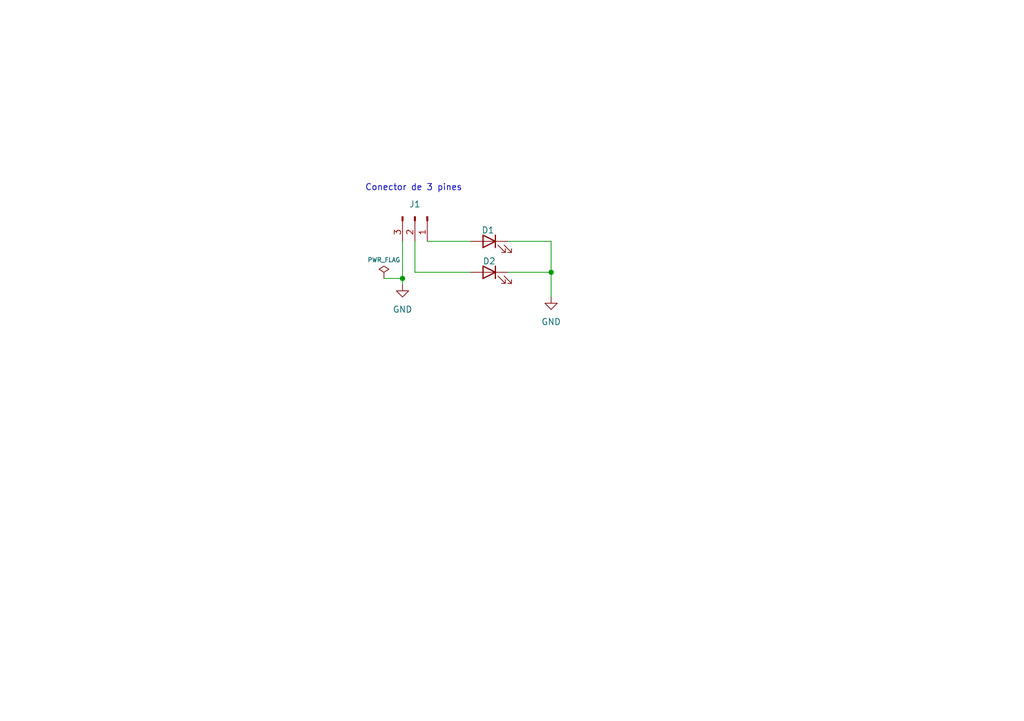
<source format=kicad_sch>
(kicad_sch (version 20231120) (generator "eeschema") (generator_version "8.0")
  (paper "A5")
  (title_block (title "Placa MECA-LEDs") (date "2024-10-28") (rev "1") (company "URJC") (comment 1 "Autor: Cebaldan5") (comment 2 "Esquemático de la placa MECA-LEDs con 2 LEDs"))
  (lib_symbols
    (symbol "Connector:Conn_01x03_Pin" (pin_names (offset 1.016) hide)
      (property "Reference" "J" (at 0 5.08 0))
      (property "Value" "Conn_01x03_Pin" (at 0 -5.08 0))
      (symbol "Conn_01x03_Pin_1_1"
        (polyline (pts (xy 1.27 -2.54) (xy 0.8636 -2.54)) (stroke (width 0.1524)))
        (polyline (pts (xy 1.27 0) (xy 0.8636 0)) (stroke (width 0.1524)))
        (polyline (pts (xy 1.27 2.54) (xy 0.8636 2.54)) (stroke (width 0.1524)))
        (rectangle (start 0.8636 -2.413) (end 0 -2.667) (stroke (width 0.1524)) (fill (type outline)))
        (rectangle (start 0.8636 0.127) (end 0 -0.127) (stroke (width 0.1524)) (fill (type outline)))
        (rectangle (start 0.8636 2.667) (end 0 2.413) (stroke (width 0.1524)) (fill (type outline)))
        (pin passive line (at 5.08 2.54 180) (length 3.81) (name "Pin_1") (number "1"))
        (pin passive line (at 5.08 0 180) (length 3.81) (name "Pin_2") (number "2"))
        (pin passive line (at 5.08 -2.54 180) (length 3.81) (name "Pin_3") (number "3"))
      )
    )
    (symbol "Device:LED" (pin_numbers hide) (pin_names (offset 1.016) hide)
      (property "Reference" "D" (at 0 2.54 0))
      (property "Value" "LED" (at 0 -2.54 0))
      (symbol "LED_0_1"
        (polyline (pts (xy -1.27 -1.27) (xy -1.27 1.27)) (stroke (width 0.254)))
        (polyline (pts (xy -1.27 0) (xy 1.27 0)))
        (polyline (pts (xy 1.27 -1.27) (xy 1.27 1.27) (xy -1.27 0) (xy 1.27 -1.27)) (stroke (width 0.254)))
        (polyline (pts (xy -3.048 -0.762) (xy -4.572 -2.286) (xy -3.81 -2.286) (xy -4.572 -2.286) (xy -4.572 -1.524)))
        (polyline (pts (xy -1.778 -0.762) (xy -3.302 -2.286) (xy -2.54 -2.286) (xy -3.302 -2.286) (xy -3.302 -1.524)))
      )
      (symbol "LED_1_1"
        (pin passive line (at -3.81 0 0) (length 2.54) (name "K") (number "1"))
        (pin passive line (at 3.81 0 180) (length 2.54) (name "A") (number "2"))
      )
    )
    (symbol "power:GND" (power) (pin_numbers hide) (pin_names (offset 0) hide)
      (property "Value" "GND" (at 0 -3.81 0))
      (symbol "GND_0_1"
        (polyline (pts (xy 0 0) (xy 0 -1.27) (xy 1.27 -1.27) (xy 0 -2.54) (xy -1.27 -1.27) (xy 0 -1.27)))
      )
      (symbol "GND_1_1"
        (pin power_in line (at 0 0 270) (length 0) (name "~") (number "1"))
      )
    )
    (symbol "power:PWR_FLAG" (power) (pin_numbers hide) (pin_names (offset 0) hide)
      (property "Value" "PWR_FLAG" (at 0 3.81 0))
      (symbol "PWR_FLAG_0_0"
        (pin power_out line (at 0 0 90) (length 0) (name "~") (number "1"))
      )
      (symbol "PWR_FLAG_0_1"
        (polyline (pts (xy 0 0) (xy 0 1.27) (xy -1.016 1.905) (xy 0 2.54) (xy 1.016 1.905) (xy 0 1.27)))
      )
    )
  )
  (junction (at 113.03 55.88))
  (junction (at 82.55 57.15))
  (wire (pts (xy 104.14 49.53) (xy 113.03 49.53)))
  (wire (pts (xy 113.03 55.88) (xy 113.03 60.96)))
  (wire (pts (xy 85.09 49.53) (xy 85.09 55.88)))
  (wire (pts (xy 87.63 49.53) (xy 96.52 49.53)))
  (wire (pts (xy 113.03 49.53) (xy 113.03 55.88)))
  (wire (pts (xy 82.55 49.53) (xy 82.55 57.15)))
  (wire (pts (xy 104.14 55.88) (xy 113.03 55.88)))
  (wire (pts (xy 85.09 55.88) (xy 96.52 55.88)))
  (wire (pts (xy 82.55 57.15) (xy 82.55 58.42)))
  (wire (pts (xy 78.74 57.15) (xy 82.55 57.15)))
  (text "Conector de 3 pines\n" (at 84.836 38.608 0) (effects (font (size 1.27 1.27))))
  (symbol (lib_id "power:PWR_FLAG") (at 78.74 57.15 0) (mirror y) (unit 1)
    (property "Reference" "#FLG01" (effects (hide yes)))
    (property "Value" "PWR_FLAG" (at 78.74 53.34 0) (effects (font (size 0.889 0.889))))
    (property "Description" "Special symbol for telling ERC where power comes from" (effects (hide yes)))
  )
  (symbol (lib_id "Device:LED") (at 100.33 55.88 0) (mirror y) (unit 1)
    (property "Reference" "D2" (at 100.33 53.594 0))
    (property "Value" "LED" (effects (hide yes)))
    (property "Footprint" "LED_THT:LED_D3.0mm" (effects (hide yes)))
    (property "Description" "Light emitting diode" (effects (hide yes)))
  )
  (symbol (lib_id "Connector:Conn_01x03_Pin") (at 85.09 44.45 270) (unit 1)
    (property "Reference" "J1" (at 85.09 41.91 90))
    (property "Value" "Conn_01x03_Pin" (effects (hide yes)))
    (property "Footprint" "Connector_PinHeader_2.54mm:PinHeader_1x03_P2.54mm_Vertical" (effects (hide yes)))
    (property "Description" "Generic connector, single row, 01x03, script generated" (effects (hide yes)))
  )
  (symbol (lib_id "power:GND") (at 82.55 58.42 0) (unit 1)
    (property "Reference" "#PWR02" (effects (hide yes)))
    (property "Value" "GND" (at 82.55 63.5 0))
    (property "Description" "Power symbol creates a global label with name \"GND\" , ground" (effects (hide yes)))
  )
  (symbol (lib_id "Device:LED") (at 100.33 49.53 0) (mirror y) (unit 1)
    (property "Reference" "D1" (at 100.076 47.244 0))
    (property "Value" "LED" (effects (hide yes)))
    (property "Footprint" "LED_THT:LED_D3.0mm" (effects (hide yes)))
    (property "Description" "Light emitting diode" (effects (hide yes)))
  )
  (symbol (lib_id "power:GND") (at 113.03 60.96 0) (unit 1)
    (property "Reference" "#PWR01" (effects (hide yes)))
    (property "Value" "GND" (at 113.03 66.04 0))
    (property "Description" "Power symbol creates a global label with name \"GND\" , ground" (effects (hide yes)))
  )
)
</source>
